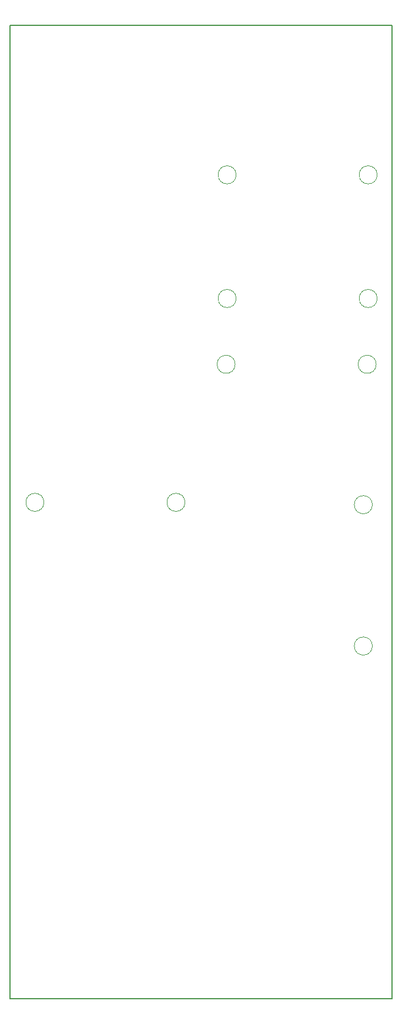
<source format=gbr>
%TF.GenerationSoftware,KiCad,Pcbnew,9.0.1*%
%TF.CreationDate,2025-04-21T23:50:45-04:00*%
%TF.ProjectId,2025SIMPLETVC,32303235-5349-44d5-904c-455456432e6b,rev?*%
%TF.SameCoordinates,Original*%
%TF.FileFunction,Profile,NP*%
%FSLAX46Y46*%
G04 Gerber Fmt 4.6, Leading zero omitted, Abs format (unit mm)*
G04 Created by KiCad (PCBNEW 9.0.1) date 2025-04-21 23:50:45*
%MOMM*%
%LPD*%
G01*
G04 APERTURE LIST*
%TA.AperFunction,Profile*%
%ADD10C,0.200000*%
%TD*%
%TA.AperFunction,Profile*%
%ADD11C,0.050000*%
%TD*%
G04 APERTURE END LIST*
D10*
X125500000Y-20000000D02*
X180500000Y-20000000D01*
X180500000Y-160000000D01*
X125500000Y-160000000D01*
X125500000Y-20000000D01*
D11*
%TO.C,U2*%
X158040000Y-41510000D02*
G75*
G02*
X155440000Y-41510000I-1300000J0D01*
G01*
X155440000Y-41510000D02*
G75*
G02*
X158040000Y-41510000I1300000J0D01*
G01*
X158040000Y-59290000D02*
G75*
G02*
X155440000Y-59290000I-1300000J0D01*
G01*
X155440000Y-59290000D02*
G75*
G02*
X158040000Y-59290000I1300000J0D01*
G01*
X178360000Y-41510000D02*
G75*
G02*
X175760000Y-41510000I-1300000J0D01*
G01*
X175760000Y-41510000D02*
G75*
G02*
X178360000Y-41510000I1300000J0D01*
G01*
X178360000Y-59290000D02*
G75*
G02*
X175760000Y-59290000I-1300000J0D01*
G01*
X175760000Y-59290000D02*
G75*
G02*
X178360000Y-59290000I1300000J0D01*
G01*
%TO.C,U7*%
X157890000Y-68750000D02*
G75*
G02*
X155290000Y-68750000I-1300000J0D01*
G01*
X155290000Y-68750000D02*
G75*
G02*
X157890000Y-68750000I1300000J0D01*
G01*
X178210000Y-68750000D02*
G75*
G02*
X175610000Y-68750000I-1300000J0D01*
G01*
X175610000Y-68750000D02*
G75*
G02*
X178210000Y-68750000I1300000J0D01*
G01*
%TO.C,U3*%
X177660000Y-88940000D02*
G75*
G02*
X175060000Y-88940000I-1300000J0D01*
G01*
X175060000Y-88940000D02*
G75*
G02*
X177660000Y-88940000I1300000J0D01*
G01*
X177660000Y-109260000D02*
G75*
G02*
X175060000Y-109260000I-1300000J0D01*
G01*
X175060000Y-109260000D02*
G75*
G02*
X177660000Y-109260000I1300000J0D01*
G01*
%TO.C,U4*%
X130350000Y-88600000D02*
G75*
G02*
X127750000Y-88600000I-1300000J0D01*
G01*
X127750000Y-88600000D02*
G75*
G02*
X130350000Y-88600000I1300000J0D01*
G01*
X150670000Y-88600000D02*
G75*
G02*
X148070000Y-88600000I-1300000J0D01*
G01*
X148070000Y-88600000D02*
G75*
G02*
X150670000Y-88600000I1300000J0D01*
G01*
%TD*%
M02*

</source>
